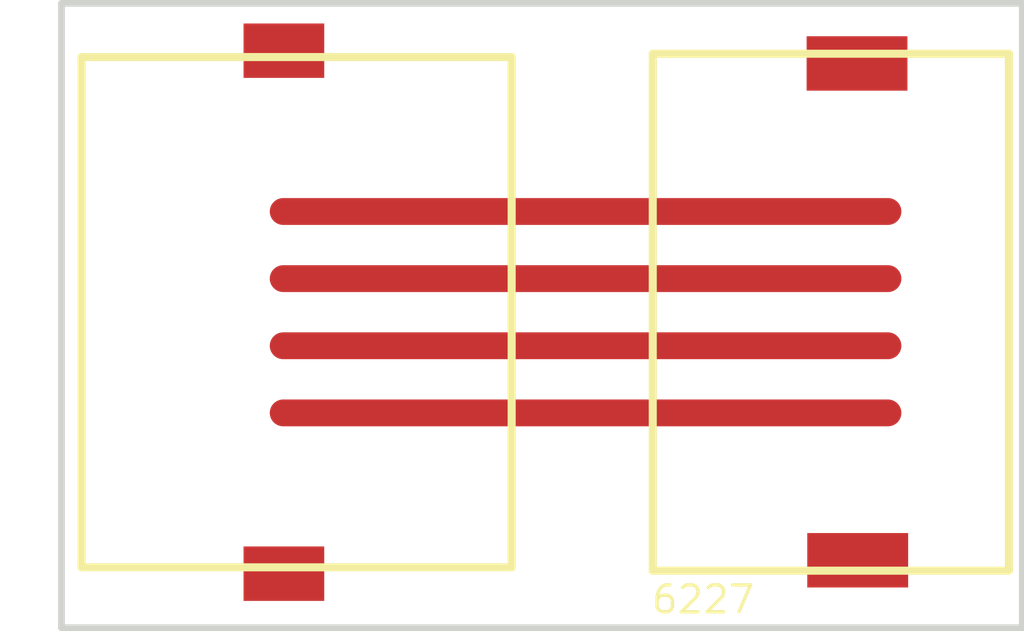
<source format=kicad_pcb>
(kicad_pcb (version 20171130) (host pcbnew "(5.1.0)-1")

  (general
    (thickness 1.6)
    (drawings 26)
    (tracks 4)
    (zones 0)
    (modules 0)
    (nets 1)
  )

  (page A4)
  (layers
    (0 F.Cu signal)
    (31 B.Cu signal)
    (32 B.Adhes user)
    (33 F.Adhes user)
    (34 B.Paste user)
    (35 F.Paste user)
    (36 B.SilkS user)
    (37 F.SilkS user)
    (38 B.Mask user)
    (39 F.Mask user)
    (40 Dwgs.User user)
    (41 Cmts.User user)
    (42 Eco1.User user)
    (43 Eco2.User user)
    (44 Edge.Cuts user)
    (45 Margin user)
    (46 B.CrtYd user)
    (47 F.CrtYd user)
    (48 B.Fab user)
    (49 F.Fab user)
  )

  (setup
    (last_trace_width 0.25)
    (trace_clearance 0.2)
    (zone_clearance 0.508)
    (zone_45_only no)
    (trace_min 0.2)
    (via_size 0.8)
    (via_drill 0.4)
    (via_min_size 0.4)
    (via_min_drill 0.3)
    (uvia_size 0.3)
    (uvia_drill 0.1)
    (uvias_allowed no)
    (uvia_min_size 0.2)
    (uvia_min_drill 0.1)
    (edge_width 0.05)
    (segment_width 0.2)
    (pcb_text_width 0.3)
    (pcb_text_size 1.5 1.5)
    (mod_edge_width 0.12)
    (mod_text_size 1 1)
    (mod_text_width 0.15)
    (pad_size 1.524 1.524)
    (pad_drill 0.762)
    (pad_to_mask_clearance 0.051)
    (solder_mask_min_width 0.25)
    (aux_axis_origin 0 0)
    (visible_elements 7FFFFFFF)
    (pcbplotparams
      (layerselection 0x010fc_ffffffff)
      (usegerberextensions true)
      (usegerberattributes false)
      (usegerberadvancedattributes false)
      (creategerberjobfile false)
      (excludeedgelayer true)
      (linewidth 0.100000)
      (plotframeref false)
      (viasonmask false)
      (mode 1)
      (useauxorigin false)
      (hpglpennumber 1)
      (hpglpenspeed 20)
      (hpglpendiameter 15.000000)
      (psnegative false)
      (psa4output false)
      (plotreference true)
      (plotvalue false)
      (plotinvisibletext false)
      (padsonsilk false)
      (subtractmaskfromsilk false)
      (outputformat 1)
      (mirror false)
      (drillshape 0)
      (scaleselection 1)
      (outputdirectory "gerbers_connxion/"))
  )

  (net 0 "")

  (net_class Default "Ceci est la Netclass par défaut."
    (clearance 0.2)
    (trace_width 0.25)
    (via_dia 0.8)
    (via_drill 0.4)
    (uvia_dia 0.3)
    (uvia_drill 0.1)
  )

  (gr_poly (pts (xy 140.79 73.69) (xy 142.29 73.69) (xy 142.29 74.5) (xy 140.79 74.5)) (layer F.Mask) (width 0.001) (tstamp 5D9C8C2F))
  (gr_poly (pts (xy 140.8 81.09) (xy 142.3 81.09) (xy 142.3 81.9) (xy 140.8 81.9)) (layer F.Mask) (width 0.001) (tstamp 5D9C8C1F))
  (gr_poly (pts (xy 132.41 81.29) (xy 133.61 81.29) (xy 133.61 82.1) (xy 132.41 82.1)) (layer F.Mask) (width 0.001) (tstamp 5D9C8C17))
  (gr_poly (pts (xy 132.41 73.5) (xy 133.61 73.5) (xy 133.61 74.31) (xy 132.41 74.31)) (layer F.Mask) (width 0.001) (tstamp 5D9C8C12))
  (gr_line (start 133 79.3) (end 142 79.3) (layer F.Mask) (width 0.5) (tstamp 5D9C8BE9))
  (gr_line (start 133 78.3) (end 142 78.3) (layer F.Mask) (width 0.5) (tstamp 5D9C8BD4))
  (gr_line (start 133 77.3) (end 142 77.3) (layer F.Mask) (width 0.5) (tstamp 5D9C8BBE))
  (gr_line (start 133 76.3) (end 142 76.3) (layer F.Mask) (width 0.5))
  (gr_text 6227 (at 139.25 82.08) (layer F.SilkS)
    (effects (font (size 0.4 0.4) (thickness 0.05)))
  )
  (gr_poly (pts (xy 140.8 81.09) (xy 142.3 81.09) (xy 142.3 81.9) (xy 140.8 81.9)) (layer F.Cu) (width 0.001) (tstamp 5D945F88))
  (gr_poly (pts (xy 140.79 73.69) (xy 142.29 73.69) (xy 142.29 74.5) (xy 140.79 74.5)) (layer F.Cu) (width 0.001) (tstamp 5D945EDF))
  (gr_line (start 143.8 73.95) (end 143.8 81.65) (layer F.SilkS) (width 0.12) (tstamp 5D94526B))
  (gr_line (start 138.5 73.95) (end 138.5 81.65) (layer F.SilkS) (width 0.12) (tstamp 5D9451E3))
  (gr_line (start 138.5 81.65) (end 143.8 81.65) (layer F.SilkS) (width 0.12) (tstamp 5D9451D3))
  (gr_line (start 138.5 73.95) (end 143.8 73.95) (layer F.SilkS) (width 0.12) (tstamp 5D945143))
  (gr_line (start 128.79 76.3) (end 129.95 76.3) (layer B.Adhes) (width 0.01))
  (gr_poly (pts (xy 132.41 81.29) (xy 133.61 81.29) (xy 133.61 82.1) (xy 132.41 82.1)) (layer F.Cu) (width 0.001) (tstamp 5D944BDC))
  (gr_poly (pts (xy 132.41 73.5) (xy 133.61 73.5) (xy 133.61 74.31) (xy 132.41 74.31)) (layer F.Cu) (width 0.001))
  (gr_line (start 130 81.6) (end 136.4 81.6) (layer F.SilkS) (width 0.12) (tstamp 5D944B65))
  (gr_line (start 136.4 74) (end 136.4 81.6) (layer F.SilkS) (width 0.12) (tstamp 5D944B5C))
  (gr_line (start 130 74) (end 130 81.6) (layer F.SilkS) (width 0.12) (tstamp 5D944B26))
  (gr_line (start 130 74) (end 136.4 74) (layer F.SilkS) (width 0.12))
  (gr_line (start 129.7 82.5) (end 129.7 73.2) (layer Edge.Cuts) (width 0.1))
  (gr_line (start 144 82.5) (end 129.7 82.5) (layer Edge.Cuts) (width 0.1))
  (gr_line (start 144 73.2) (end 144 82.5) (layer Edge.Cuts) (width 0.1))
  (gr_line (start 129.7 73.2) (end 144 73.2) (layer Edge.Cuts) (width 0.1))

  (segment (start 133 76.3) (end 142 76.3) (width 0.4) (layer F.Cu) (net 0))
  (segment (start 133 77.3) (end 142 77.3) (width 0.4) (layer F.Cu) (net 0) (tstamp 5D94464F))
  (segment (start 133 78.3) (end 142 78.3) (width 0.4) (layer F.Cu) (net 0) (tstamp 5D944657))
  (segment (start 133 79.3) (end 142 79.3) (width 0.4) (layer F.Cu) (net 0) (tstamp 5D94465F))

)

</source>
